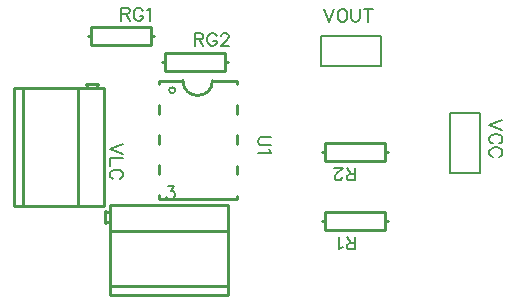
<source format=gto>
G04 Layer: TopSilkscreenLayer*
G04 EasyEDA v6.5.34, 2023-11-29 11:21:28*
G04 ccee1c66621a4ec499711ebfef85393d,bee4cb2541bd470ea98a159692ad20ec,10*
G04 Gerber Generator version 0.2*
G04 Scale: 100 percent, Rotated: No, Reflected: No *
G04 Dimensions in millimeters *
G04 leading zeros omitted , absolute positions ,4 integer and 5 decimal *
%FSLAX45Y45*%
%MOMM*%

%ADD10C,0.1524*%
%ADD11C,0.2540*%
%ADD12C,0.2032*%
%ADD13C,0.1500*%

%LPD*%
D10*
X2336800Y6630415D02*
G01*
X2336800Y6521450D01*
X2336800Y6630415D02*
G01*
X2383536Y6630415D01*
X2399029Y6625336D01*
X2404363Y6620002D01*
X2409443Y6609587D01*
X2409443Y6599173D01*
X2404363Y6588760D01*
X2399029Y6583679D01*
X2383536Y6578600D01*
X2336800Y6578600D01*
X2373122Y6578600D02*
G01*
X2409443Y6521450D01*
X2521711Y6604508D02*
G01*
X2516631Y6614921D01*
X2506218Y6625336D01*
X2495804Y6630415D01*
X2474975Y6630415D01*
X2464561Y6625336D01*
X2454147Y6614921D01*
X2449068Y6604508D01*
X2443734Y6588760D01*
X2443734Y6562852D01*
X2449068Y6547357D01*
X2454147Y6536944D01*
X2464561Y6526529D01*
X2474975Y6521450D01*
X2495804Y6521450D01*
X2506218Y6526529D01*
X2516631Y6536944D01*
X2521711Y6547357D01*
X2521711Y6562852D01*
X2495804Y6562852D02*
G01*
X2521711Y6562852D01*
X2561336Y6604508D02*
G01*
X2561336Y6609587D01*
X2566415Y6620002D01*
X2571750Y6625336D01*
X2581909Y6630415D01*
X2602738Y6630415D01*
X2613152Y6625336D01*
X2618486Y6620002D01*
X2623565Y6609587D01*
X2623565Y6599173D01*
X2618486Y6588760D01*
X2608072Y6573265D01*
X2556002Y6521450D01*
X2628900Y6521450D01*
X3695700Y4799584D02*
G01*
X3695700Y4908550D01*
X3695700Y4799584D02*
G01*
X3648963Y4799584D01*
X3633470Y4804663D01*
X3628136Y4809997D01*
X3623056Y4820412D01*
X3623056Y4830826D01*
X3628136Y4841239D01*
X3633470Y4846320D01*
X3648963Y4851400D01*
X3695700Y4851400D01*
X3659377Y4851400D02*
G01*
X3623056Y4908550D01*
X3588765Y4820412D02*
G01*
X3578352Y4815078D01*
X3562604Y4799584D01*
X3562604Y4908550D01*
X3695700Y5383784D02*
G01*
X3695700Y5492750D01*
X3695700Y5383784D02*
G01*
X3648963Y5383784D01*
X3633470Y5388863D01*
X3628136Y5394197D01*
X3623056Y5404612D01*
X3623056Y5415026D01*
X3628136Y5425439D01*
X3633470Y5430520D01*
X3648963Y5435600D01*
X3695700Y5435600D01*
X3659377Y5435600D02*
G01*
X3623056Y5492750D01*
X3583431Y5409692D02*
G01*
X3583431Y5404612D01*
X3578352Y5394197D01*
X3573018Y5388863D01*
X3562604Y5383784D01*
X3542029Y5383784D01*
X3531615Y5388863D01*
X3526281Y5394197D01*
X3521202Y5404612D01*
X3521202Y5415026D01*
X3526281Y5425439D01*
X3536695Y5440934D01*
X3588765Y5492750D01*
X3515868Y5492750D01*
X1714500Y6846315D02*
G01*
X1714500Y6737350D01*
X1714500Y6846315D02*
G01*
X1761236Y6846315D01*
X1776729Y6841236D01*
X1782063Y6835902D01*
X1787144Y6825487D01*
X1787144Y6815073D01*
X1782063Y6804660D01*
X1776729Y6799579D01*
X1761236Y6794500D01*
X1714500Y6794500D01*
X1750821Y6794500D02*
G01*
X1787144Y6737350D01*
X1899412Y6820408D02*
G01*
X1894331Y6830821D01*
X1883918Y6841236D01*
X1873504Y6846315D01*
X1852676Y6846315D01*
X1842262Y6841236D01*
X1831847Y6830821D01*
X1826768Y6820408D01*
X1821434Y6804660D01*
X1821434Y6778752D01*
X1826768Y6763258D01*
X1831847Y6752844D01*
X1842262Y6742429D01*
X1852676Y6737350D01*
X1873504Y6737350D01*
X1883918Y6742429D01*
X1894331Y6752844D01*
X1899412Y6763258D01*
X1899412Y6778752D01*
X1873504Y6778752D02*
G01*
X1899412Y6778752D01*
X1933702Y6825487D02*
G01*
X1944115Y6830821D01*
X1959609Y6846315D01*
X1959609Y6737350D01*
X2985515Y5753100D02*
G01*
X2907538Y5753100D01*
X2892043Y5748020D01*
X2881629Y5737605D01*
X2876550Y5721857D01*
X2876550Y5711444D01*
X2881629Y5695950D01*
X2892043Y5685536D01*
X2907538Y5680455D01*
X2985515Y5680455D01*
X2964688Y5646165D02*
G01*
X2970022Y5635752D01*
X2985515Y5620004D01*
X2876550Y5620004D01*
X4941315Y5892800D02*
G01*
X4832350Y5851144D01*
X4941315Y5809742D02*
G01*
X4832350Y5851144D01*
X4915408Y5697473D02*
G01*
X4925822Y5702554D01*
X4936236Y5712968D01*
X4941315Y5723381D01*
X4941315Y5744210D01*
X4936236Y5754623D01*
X4925822Y5765037D01*
X4915408Y5770118D01*
X4899659Y5775452D01*
X4873752Y5775452D01*
X4858258Y5770118D01*
X4847843Y5765037D01*
X4837429Y5754623D01*
X4832350Y5744210D01*
X4832350Y5723381D01*
X4837429Y5712968D01*
X4847843Y5702554D01*
X4858258Y5697473D01*
X4915408Y5585205D02*
G01*
X4925822Y5590539D01*
X4936236Y5600700D01*
X4941315Y5611113D01*
X4941315Y5631942D01*
X4936236Y5642355D01*
X4925822Y5652770D01*
X4915408Y5657850D01*
X4899659Y5663184D01*
X4873752Y5663184D01*
X4858258Y5657850D01*
X4847843Y5652770D01*
X4837429Y5642355D01*
X4832350Y5631942D01*
X4832350Y5611113D01*
X4837429Y5600700D01*
X4847843Y5590539D01*
X4858258Y5585205D01*
X3429000Y6833615D02*
G01*
X3470656Y6724650D01*
X3512058Y6833615D02*
G01*
X3470656Y6724650D01*
X3577590Y6833615D02*
G01*
X3567175Y6828536D01*
X3556761Y6818121D01*
X3551681Y6807708D01*
X3546347Y6791960D01*
X3546347Y6766052D01*
X3551681Y6750558D01*
X3556761Y6740144D01*
X3567175Y6729729D01*
X3577590Y6724650D01*
X3598418Y6724650D01*
X3608831Y6729729D01*
X3619245Y6740144D01*
X3624325Y6750558D01*
X3629659Y6766052D01*
X3629659Y6791960D01*
X3624325Y6807708D01*
X3619245Y6818121D01*
X3608831Y6828536D01*
X3598418Y6833615D01*
X3577590Y6833615D01*
X3663950Y6833615D02*
G01*
X3663950Y6755637D01*
X3669029Y6740144D01*
X3679443Y6729729D01*
X3694938Y6724650D01*
X3705352Y6724650D01*
X3721100Y6729729D01*
X3731259Y6740144D01*
X3736593Y6755637D01*
X3736593Y6833615D01*
X3807206Y6833615D02*
G01*
X3807206Y6724650D01*
X3770884Y6833615D02*
G01*
X3843527Y6833615D01*
X2107438Y5333492D02*
G01*
X2164588Y5333492D01*
X2133345Y5291836D01*
X2149093Y5291836D01*
X2159254Y5286755D01*
X2164588Y5281676D01*
X2169668Y5265928D01*
X2169668Y5255513D01*
X2164588Y5240020D01*
X2154174Y5229605D01*
X2138679Y5224526D01*
X2122931Y5224526D01*
X2107438Y5229605D01*
X2102104Y5234686D01*
X2097024Y5245100D01*
X1726692Y5688076D02*
G01*
X1617726Y5646420D01*
X1726692Y5605018D02*
G01*
X1617726Y5646420D01*
X1726692Y5570728D02*
G01*
X1617726Y5570728D01*
X1617726Y5570728D02*
G01*
X1617726Y5508244D01*
X1700784Y5395976D02*
G01*
X1711197Y5401310D01*
X1721612Y5411723D01*
X1726692Y5422137D01*
X1726692Y5442965D01*
X1721612Y5453126D01*
X1711197Y5463539D01*
X1700784Y5468873D01*
X1685036Y5473954D01*
X1659128Y5473954D01*
X1643634Y5468873D01*
X1633220Y5463539D01*
X1622805Y5453126D01*
X1617726Y5442965D01*
X1617726Y5422137D01*
X1622805Y5411723D01*
X1633220Y5401310D01*
X1643634Y5395976D01*
D11*
X2082800Y6388100D02*
G01*
X2057400Y6388100D01*
X2590800Y6388100D02*
G01*
X2616200Y6388100D01*
X2082800Y6388100D02*
G01*
X2082800Y6464300D01*
X2082800Y6311900D02*
G01*
X2082800Y6388100D01*
X2590800Y6311900D02*
G01*
X2082800Y6311900D01*
X2590800Y6388100D02*
G01*
X2590800Y6311900D01*
X2590800Y6464300D02*
G01*
X2590800Y6388100D01*
X2082800Y6464300D02*
G01*
X2590800Y6464300D01*
X3949700Y5041900D02*
G01*
X3975100Y5041900D01*
X3441700Y5041900D02*
G01*
X3416300Y5041900D01*
X3949700Y5041900D02*
G01*
X3949700Y4965700D01*
X3949700Y5118100D02*
G01*
X3949700Y5041900D01*
X3441700Y5118100D02*
G01*
X3949700Y5118100D01*
X3441700Y5041900D02*
G01*
X3441700Y5118100D01*
X3441700Y4965700D02*
G01*
X3441700Y5041900D01*
X3949700Y4965700D02*
G01*
X3441700Y4965700D01*
X3949700Y5626100D02*
G01*
X3975100Y5626100D01*
X3441700Y5626100D02*
G01*
X3416300Y5626100D01*
X3949700Y5626100D02*
G01*
X3949700Y5549900D01*
X3949700Y5702300D02*
G01*
X3949700Y5626100D01*
X3441700Y5702300D02*
G01*
X3949700Y5702300D01*
X3441700Y5626100D02*
G01*
X3441700Y5702300D01*
X3441700Y5549900D02*
G01*
X3441700Y5626100D01*
X3949700Y5549900D02*
G01*
X3441700Y5549900D01*
X1460500Y6604000D02*
G01*
X1435100Y6604000D01*
X1968500Y6604000D02*
G01*
X1993900Y6604000D01*
X1460500Y6604000D02*
G01*
X1460500Y6680200D01*
X1460500Y6527800D02*
G01*
X1460500Y6604000D01*
X1968500Y6527800D02*
G01*
X1460500Y6527800D01*
X1968500Y6604000D02*
G01*
X1968500Y6527800D01*
X1968500Y6680200D02*
G01*
X1968500Y6604000D01*
X1460500Y6680200D02*
G01*
X1968500Y6680200D01*
X2692201Y5227698D02*
G01*
X2032198Y5227701D01*
X2692201Y6227701D02*
G01*
X2692201Y6197485D01*
X2692201Y6019914D02*
G01*
X2692201Y5943485D01*
X2692201Y5765914D02*
G01*
X2692201Y5696087D01*
X2692201Y5505312D02*
G01*
X2692201Y5442087D01*
X2692201Y5251312D02*
G01*
X2692201Y5227698D01*
X2032198Y6227698D02*
G01*
X2032198Y6197485D01*
X2032198Y6019914D02*
G01*
X2032198Y5943485D01*
X2032198Y5765914D02*
G01*
X2032198Y5689485D01*
X2032198Y5511914D02*
G01*
X2032198Y5435485D01*
X2032198Y5257914D02*
G01*
X2032198Y5227701D01*
X2032198Y6227701D02*
G01*
X2237198Y6227701D01*
X2692201Y6227701D02*
G01*
X2487201Y6227701D01*
D12*
X4749800Y5448300D02*
G01*
X4498340Y5448300D01*
X4498340Y5956300D01*
X4749800Y5956300D01*
X4749800Y5448300D01*
X3911600Y6604000D02*
G01*
X3911600Y6352539D01*
X3403600Y6352539D01*
X3403600Y6604000D01*
X3911600Y6604000D01*
D11*
X1620901Y4489907D02*
G01*
X2620899Y4489907D01*
X1620367Y5104333D02*
G01*
X1580895Y5121699D01*
X1580895Y5021699D01*
X1620367Y5041392D01*
X1620901Y5171699D02*
G01*
X2620899Y5171699D01*
X1620901Y5171699D02*
G01*
X1620901Y4411700D01*
X2620899Y5171699D02*
G01*
X2620899Y4411700D01*
X1620901Y4411700D02*
G01*
X2620899Y4411700D01*
X1620901Y4951780D02*
G01*
X2620899Y4951780D01*
X883107Y6164198D02*
G01*
X883107Y5164201D01*
X1497533Y6164732D02*
G01*
X1514899Y6204204D01*
X1414899Y6204204D01*
X1434592Y6164732D01*
X1564899Y6164198D02*
G01*
X1564899Y5164201D01*
X1564899Y6164198D02*
G01*
X804900Y6164198D01*
X1564899Y5164201D02*
G01*
X804900Y5164201D01*
X804900Y6164198D02*
G01*
X804900Y5164201D01*
X1344980Y6164198D02*
G01*
X1344980Y5164201D01*
D13*
G75*
G01*
X2146300Y6121400D02*
G03*
X2145175Y6121425I10J25400D01*
D11*
G75*
G01*
X2487201Y6227702D02*
G02*
X2237232Y6227826I-124984J622D01*
M02*

</source>
